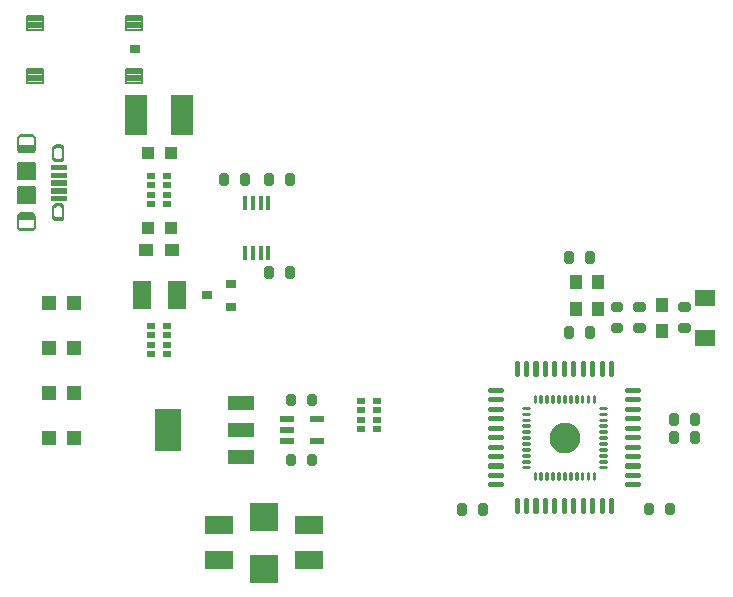
<source format=gbr>
G04 EAGLE Gerber RS-274X export*
G75*
%MOMM*%
%FSLAX34Y34*%
%LPD*%
%INSolderpaste Top*%
%IPPOS*%
%AMOC8*
5,1,8,0,0,1.08239X$1,22.5*%
G01*
%ADD10C,0.718719*%
%ADD11R,1.200000X1.200000*%
%ADD12R,2.400000X2.400000*%
%ADD13R,2.235200X1.219200*%
%ADD14R,2.200000X3.600000*%
%ADD15R,1.900000X3.400000*%
%ADD16R,1.000000X1.000000*%
%ADD17R,1.200000X1.000000*%
%ADD18R,0.650000X0.500000*%
%ADD19R,1.000000X1.200000*%
%ADD20C,1.270000*%
%ADD21C,0.220000*%
%ADD22C,0.360000*%
%ADD23C,1.000000*%
%ADD24R,1.600000X2.400000*%
%ADD25R,2.400000X1.600000*%
%ADD26R,1.200000X0.550000*%
%ADD27C,0.210000*%
%ADD28R,0.889000X0.762000*%
%ADD29R,1.050000X1.300000*%
%ADD30R,0.889000X0.787400*%
%ADD31R,0.300000X1.200000*%
%ADD32R,1.800000X1.400000*%
%ADD33C,0.127000*%
%ADD34C,0.040638*%
%ADD35C,0.152400*%


D10*
X255641Y194943D02*
X255641Y198757D01*
X257439Y198757D01*
X257439Y194943D01*
X255641Y194943D01*
X237861Y194943D02*
X237861Y198757D01*
X239659Y198757D01*
X239659Y194943D01*
X237861Y194943D01*
X239659Y147957D02*
X239659Y144143D01*
X237861Y144143D01*
X237861Y147957D01*
X239659Y147957D01*
X257439Y147957D02*
X257439Y144143D01*
X255641Y144143D01*
X255641Y147957D01*
X257439Y147957D01*
D11*
X33950Y165100D03*
X54950Y165100D03*
D12*
X215900Y98200D03*
X215900Y54200D03*
D13*
X196088Y148336D03*
X196088Y171450D03*
X196088Y194564D03*
D14*
X134110Y171450D03*
D10*
X542759Y106407D02*
X542759Y102593D01*
X540961Y102593D01*
X540961Y106407D01*
X542759Y106407D01*
X560539Y106407D02*
X560539Y102593D01*
X558741Y102593D01*
X558741Y106407D01*
X560539Y106407D01*
D15*
X146500Y438150D03*
X107500Y438150D03*
D11*
X33950Y203200D03*
X54950Y203200D03*
D16*
X117000Y342900D03*
X137000Y342900D03*
X117000Y406400D03*
X137000Y406400D03*
D17*
X116000Y323850D03*
X138000Y323850D03*
D10*
X472811Y252093D02*
X474609Y252093D01*
X472811Y252093D02*
X472811Y255907D01*
X474609Y255907D01*
X474609Y252093D01*
X490591Y252093D02*
X492389Y252093D01*
X490591Y252093D02*
X490591Y255907D01*
X492389Y255907D01*
X492389Y252093D01*
X220609Y302893D02*
X220609Y306707D01*
X220609Y302893D02*
X218811Y302893D01*
X218811Y306707D01*
X220609Y306707D01*
X238389Y306707D02*
X238389Y302893D01*
X236591Y302893D01*
X236591Y306707D01*
X238389Y306707D01*
D18*
X133750Y362650D03*
X133750Y370650D03*
X133750Y378650D03*
X133750Y386650D03*
X120250Y386650D03*
X120250Y378650D03*
X120250Y370650D03*
X120250Y362650D03*
D10*
X563509Y167007D02*
X563509Y163193D01*
X561711Y163193D01*
X561711Y167007D01*
X563509Y167007D01*
X581289Y167007D02*
X581289Y163193D01*
X579491Y163193D01*
X579491Y167007D01*
X581289Y167007D01*
D19*
X552450Y277700D03*
X552450Y255700D03*
D10*
X569593Y274691D02*
X573407Y274691D01*
X569593Y274691D02*
X569593Y276489D01*
X573407Y276489D01*
X573407Y274691D01*
X573407Y256911D02*
X569593Y256911D01*
X569593Y258709D01*
X573407Y258709D01*
X573407Y256911D01*
X535307Y258709D02*
X531493Y258709D01*
X535307Y258709D02*
X535307Y256911D01*
X531493Y256911D01*
X531493Y258709D01*
X531493Y276489D02*
X535307Y276489D01*
X535307Y274691D01*
X531493Y274691D01*
X531493Y276489D01*
X400341Y106157D02*
X400341Y102343D01*
X400341Y106157D02*
X402139Y106157D01*
X402139Y102343D01*
X400341Y102343D01*
X382561Y102343D02*
X382561Y106157D01*
X384359Y106157D01*
X384359Y102343D01*
X382561Y102343D01*
D20*
X463550Y165100D02*
X463552Y165259D01*
X463558Y165418D01*
X463568Y165576D01*
X463582Y165735D01*
X463600Y165893D01*
X463621Y166050D01*
X463647Y166207D01*
X463677Y166363D01*
X463710Y166519D01*
X463748Y166673D01*
X463789Y166827D01*
X463834Y166979D01*
X463883Y167130D01*
X463936Y167280D01*
X463992Y167429D01*
X464053Y167576D01*
X464116Y167721D01*
X464184Y167865D01*
X464255Y168008D01*
X464329Y168148D01*
X464407Y168286D01*
X464489Y168423D01*
X464574Y168557D01*
X464662Y168690D01*
X464753Y168820D01*
X464848Y168947D01*
X464946Y169072D01*
X465047Y169195D01*
X465151Y169315D01*
X465258Y169433D01*
X465368Y169548D01*
X465481Y169660D01*
X465596Y169769D01*
X465714Y169875D01*
X465835Y169979D01*
X465959Y170079D01*
X466084Y170176D01*
X466213Y170270D01*
X466343Y170360D01*
X466476Y170448D01*
X466611Y170532D01*
X466748Y170612D01*
X466887Y170690D01*
X467028Y170763D01*
X467170Y170833D01*
X467315Y170900D01*
X467461Y170963D01*
X467608Y171022D01*
X467757Y171078D01*
X467908Y171129D01*
X468059Y171177D01*
X468212Y171221D01*
X468366Y171262D01*
X468520Y171298D01*
X468676Y171331D01*
X468832Y171360D01*
X468989Y171384D01*
X469147Y171405D01*
X469305Y171422D01*
X469463Y171435D01*
X469622Y171444D01*
X469781Y171449D01*
X469940Y171450D01*
X470099Y171447D01*
X470257Y171440D01*
X470416Y171429D01*
X470574Y171414D01*
X470732Y171395D01*
X470889Y171372D01*
X471046Y171346D01*
X471202Y171315D01*
X471357Y171281D01*
X471511Y171242D01*
X471665Y171200D01*
X471817Y171154D01*
X471968Y171104D01*
X472117Y171050D01*
X472266Y170993D01*
X472412Y170932D01*
X472558Y170867D01*
X472701Y170799D01*
X472843Y170727D01*
X472983Y170651D01*
X473121Y170573D01*
X473257Y170490D01*
X473391Y170405D01*
X473522Y170316D01*
X473652Y170223D01*
X473779Y170128D01*
X473903Y170029D01*
X474026Y169927D01*
X474145Y169823D01*
X474262Y169715D01*
X474376Y169604D01*
X474487Y169491D01*
X474596Y169375D01*
X474701Y169256D01*
X474804Y169134D01*
X474903Y169010D01*
X475000Y168884D01*
X475093Y168755D01*
X475183Y168624D01*
X475269Y168490D01*
X475352Y168355D01*
X475432Y168217D01*
X475508Y168078D01*
X475581Y167937D01*
X475650Y167794D01*
X475716Y167649D01*
X475778Y167502D01*
X475836Y167355D01*
X475891Y167205D01*
X475942Y167055D01*
X475989Y166903D01*
X476032Y166750D01*
X476071Y166596D01*
X476107Y166441D01*
X476138Y166285D01*
X476166Y166129D01*
X476190Y165972D01*
X476210Y165814D01*
X476226Y165656D01*
X476238Y165497D01*
X476246Y165338D01*
X476250Y165179D01*
X476250Y165021D01*
X476246Y164862D01*
X476238Y164703D01*
X476226Y164544D01*
X476210Y164386D01*
X476190Y164228D01*
X476166Y164071D01*
X476138Y163915D01*
X476107Y163759D01*
X476071Y163604D01*
X476032Y163450D01*
X475989Y163297D01*
X475942Y163145D01*
X475891Y162995D01*
X475836Y162845D01*
X475778Y162698D01*
X475716Y162551D01*
X475650Y162406D01*
X475581Y162263D01*
X475508Y162122D01*
X475432Y161983D01*
X475352Y161845D01*
X475269Y161710D01*
X475183Y161576D01*
X475093Y161445D01*
X475000Y161316D01*
X474903Y161190D01*
X474804Y161066D01*
X474701Y160944D01*
X474596Y160825D01*
X474487Y160709D01*
X474376Y160596D01*
X474262Y160485D01*
X474145Y160377D01*
X474026Y160273D01*
X473903Y160171D01*
X473779Y160072D01*
X473652Y159977D01*
X473522Y159884D01*
X473391Y159795D01*
X473257Y159710D01*
X473121Y159627D01*
X472983Y159549D01*
X472843Y159473D01*
X472701Y159401D01*
X472558Y159333D01*
X472412Y159268D01*
X472266Y159207D01*
X472117Y159150D01*
X471968Y159096D01*
X471817Y159046D01*
X471665Y159000D01*
X471511Y158958D01*
X471357Y158919D01*
X471202Y158885D01*
X471046Y158854D01*
X470889Y158828D01*
X470732Y158805D01*
X470574Y158786D01*
X470416Y158771D01*
X470257Y158760D01*
X470099Y158753D01*
X469940Y158750D01*
X469781Y158751D01*
X469622Y158756D01*
X469463Y158765D01*
X469305Y158778D01*
X469147Y158795D01*
X468989Y158816D01*
X468832Y158840D01*
X468676Y158869D01*
X468520Y158902D01*
X468366Y158938D01*
X468212Y158979D01*
X468059Y159023D01*
X467908Y159071D01*
X467757Y159122D01*
X467608Y159178D01*
X467461Y159237D01*
X467315Y159300D01*
X467170Y159367D01*
X467028Y159437D01*
X466887Y159510D01*
X466748Y159588D01*
X466611Y159668D01*
X466476Y159752D01*
X466343Y159840D01*
X466213Y159930D01*
X466084Y160024D01*
X465959Y160121D01*
X465835Y160221D01*
X465714Y160325D01*
X465596Y160431D01*
X465481Y160540D01*
X465368Y160652D01*
X465258Y160767D01*
X465151Y160885D01*
X465047Y161005D01*
X464946Y161128D01*
X464848Y161253D01*
X464753Y161380D01*
X464662Y161510D01*
X464574Y161643D01*
X464489Y161777D01*
X464407Y161914D01*
X464329Y162052D01*
X464255Y162192D01*
X464184Y162335D01*
X464116Y162479D01*
X464053Y162624D01*
X463992Y162771D01*
X463936Y162920D01*
X463883Y163070D01*
X463834Y163221D01*
X463789Y163373D01*
X463748Y163527D01*
X463710Y163681D01*
X463677Y163837D01*
X463647Y163993D01*
X463621Y164150D01*
X463600Y164307D01*
X463582Y164465D01*
X463568Y164624D01*
X463558Y164782D01*
X463552Y164941D01*
X463550Y165100D01*
D21*
X500000Y140375D02*
X505300Y140375D01*
X505300Y139825D01*
X500000Y139825D01*
X500000Y140375D01*
X500000Y145375D02*
X505300Y145375D01*
X505300Y144825D01*
X500000Y144825D01*
X500000Y145375D01*
X500000Y150375D02*
X505300Y150375D01*
X505300Y149825D01*
X500000Y149825D01*
X500000Y150375D01*
X500000Y155375D02*
X505300Y155375D01*
X505300Y154825D01*
X500000Y154825D01*
X500000Y155375D01*
X500000Y160375D02*
X505300Y160375D01*
X505300Y159825D01*
X500000Y159825D01*
X500000Y160375D01*
X500000Y165375D02*
X505300Y165375D01*
X505300Y164825D01*
X500000Y164825D01*
X500000Y165375D01*
X500000Y170375D02*
X505300Y170375D01*
X505300Y169825D01*
X500000Y169825D01*
X500000Y170375D01*
X500000Y175375D02*
X505300Y175375D01*
X505300Y174825D01*
X500000Y174825D01*
X500000Y175375D01*
X500000Y180375D02*
X505300Y180375D01*
X505300Y179825D01*
X500000Y179825D01*
X500000Y180375D01*
X500000Y185375D02*
X505300Y185375D01*
X505300Y184825D01*
X500000Y184825D01*
X500000Y185375D01*
X500000Y190375D02*
X505300Y190375D01*
X505300Y189825D01*
X500000Y189825D01*
X500000Y190375D01*
X494625Y195200D02*
X494625Y200500D01*
X495175Y200500D01*
X495175Y195200D01*
X494625Y195200D01*
X494625Y197290D02*
X495175Y197290D01*
X495175Y199380D02*
X494625Y199380D01*
X489625Y200500D02*
X489625Y195200D01*
X489625Y200500D02*
X490175Y200500D01*
X490175Y195200D01*
X489625Y195200D01*
X489625Y197290D02*
X490175Y197290D01*
X490175Y199380D02*
X489625Y199380D01*
X484625Y200500D02*
X484625Y195200D01*
X484625Y200500D02*
X485175Y200500D01*
X485175Y195200D01*
X484625Y195200D01*
X484625Y197290D02*
X485175Y197290D01*
X485175Y199380D02*
X484625Y199380D01*
X479625Y200500D02*
X479625Y195200D01*
X479625Y200500D02*
X480175Y200500D01*
X480175Y195200D01*
X479625Y195200D01*
X479625Y197290D02*
X480175Y197290D01*
X480175Y199380D02*
X479625Y199380D01*
X474625Y200500D02*
X474625Y195200D01*
X474625Y200500D02*
X475175Y200500D01*
X475175Y195200D01*
X474625Y195200D01*
X474625Y197290D02*
X475175Y197290D01*
X475175Y199380D02*
X474625Y199380D01*
X469625Y200500D02*
X469625Y195200D01*
X469625Y200500D02*
X470175Y200500D01*
X470175Y195200D01*
X469625Y195200D01*
X469625Y197290D02*
X470175Y197290D01*
X470175Y199380D02*
X469625Y199380D01*
X464625Y200500D02*
X464625Y195200D01*
X464625Y200500D02*
X465175Y200500D01*
X465175Y195200D01*
X464625Y195200D01*
X464625Y197290D02*
X465175Y197290D01*
X465175Y199380D02*
X464625Y199380D01*
X459625Y200500D02*
X459625Y195200D01*
X459625Y200500D02*
X460175Y200500D01*
X460175Y195200D01*
X459625Y195200D01*
X459625Y197290D02*
X460175Y197290D01*
X460175Y199380D02*
X459625Y199380D01*
X454625Y200500D02*
X454625Y195200D01*
X454625Y200500D02*
X455175Y200500D01*
X455175Y195200D01*
X454625Y195200D01*
X454625Y197290D02*
X455175Y197290D01*
X455175Y199380D02*
X454625Y199380D01*
X449625Y200500D02*
X449625Y195200D01*
X449625Y200500D02*
X450175Y200500D01*
X450175Y195200D01*
X449625Y195200D01*
X449625Y197290D02*
X450175Y197290D01*
X450175Y199380D02*
X449625Y199380D01*
X444625Y200500D02*
X444625Y195200D01*
X444625Y200500D02*
X445175Y200500D01*
X445175Y195200D01*
X444625Y195200D01*
X444625Y197290D02*
X445175Y197290D01*
X445175Y199380D02*
X444625Y199380D01*
X439800Y189825D02*
X434500Y189825D01*
X434500Y190375D01*
X439800Y190375D01*
X439800Y189825D01*
X439800Y184825D02*
X434500Y184825D01*
X434500Y185375D01*
X439800Y185375D01*
X439800Y184825D01*
X439800Y179825D02*
X434500Y179825D01*
X434500Y180375D01*
X439800Y180375D01*
X439800Y179825D01*
X439800Y174825D02*
X434500Y174825D01*
X434500Y175375D01*
X439800Y175375D01*
X439800Y174825D01*
X439800Y169825D02*
X434500Y169825D01*
X434500Y170375D01*
X439800Y170375D01*
X439800Y169825D01*
X439800Y164825D02*
X434500Y164825D01*
X434500Y165375D01*
X439800Y165375D01*
X439800Y164825D01*
X439800Y159825D02*
X434500Y159825D01*
X434500Y160375D01*
X439800Y160375D01*
X439800Y159825D01*
X439800Y154825D02*
X434500Y154825D01*
X434500Y155375D01*
X439800Y155375D01*
X439800Y154825D01*
X439800Y149825D02*
X434500Y149825D01*
X434500Y150375D01*
X439800Y150375D01*
X439800Y149825D01*
X439800Y144825D02*
X434500Y144825D01*
X434500Y145375D01*
X439800Y145375D01*
X439800Y144825D01*
X439800Y139825D02*
X434500Y139825D01*
X434500Y140375D01*
X439800Y140375D01*
X439800Y139825D01*
X445175Y135000D02*
X445175Y129700D01*
X444625Y129700D01*
X444625Y135000D01*
X445175Y135000D01*
X445175Y131790D02*
X444625Y131790D01*
X444625Y133880D02*
X445175Y133880D01*
X450175Y135000D02*
X450175Y129700D01*
X449625Y129700D01*
X449625Y135000D01*
X450175Y135000D01*
X450175Y131790D02*
X449625Y131790D01*
X449625Y133880D02*
X450175Y133880D01*
X455175Y135000D02*
X455175Y129700D01*
X454625Y129700D01*
X454625Y135000D01*
X455175Y135000D01*
X455175Y131790D02*
X454625Y131790D01*
X454625Y133880D02*
X455175Y133880D01*
X460175Y135000D02*
X460175Y129700D01*
X459625Y129700D01*
X459625Y135000D01*
X460175Y135000D01*
X460175Y131790D02*
X459625Y131790D01*
X459625Y133880D02*
X460175Y133880D01*
X465175Y135000D02*
X465175Y129700D01*
X464625Y129700D01*
X464625Y135000D01*
X465175Y135000D01*
X465175Y131790D02*
X464625Y131790D01*
X464625Y133880D02*
X465175Y133880D01*
X470175Y135000D02*
X470175Y129700D01*
X469625Y129700D01*
X469625Y135000D01*
X470175Y135000D01*
X470175Y131790D02*
X469625Y131790D01*
X469625Y133880D02*
X470175Y133880D01*
X475175Y135000D02*
X475175Y129700D01*
X474625Y129700D01*
X474625Y135000D01*
X475175Y135000D01*
X475175Y131790D02*
X474625Y131790D01*
X474625Y133880D02*
X475175Y133880D01*
X480175Y135000D02*
X480175Y129700D01*
X479625Y129700D01*
X479625Y135000D01*
X480175Y135000D01*
X480175Y131790D02*
X479625Y131790D01*
X479625Y133880D02*
X480175Y133880D01*
X485175Y135000D02*
X485175Y129700D01*
X484625Y129700D01*
X484625Y135000D01*
X485175Y135000D01*
X485175Y131790D02*
X484625Y131790D01*
X484625Y133880D02*
X485175Y133880D01*
X490175Y135000D02*
X490175Y129700D01*
X489625Y129700D01*
X489625Y135000D01*
X490175Y135000D01*
X490175Y131790D02*
X489625Y131790D01*
X489625Y133880D02*
X490175Y133880D01*
X495175Y135000D02*
X495175Y129700D01*
X494625Y129700D01*
X494625Y135000D01*
X495175Y135000D01*
X495175Y131790D02*
X494625Y131790D01*
X494625Y133880D02*
X495175Y133880D01*
D22*
X522700Y125550D02*
X533100Y125550D01*
X533100Y124650D01*
X522700Y124650D01*
X522700Y125550D01*
X522700Y133550D02*
X533100Y133550D01*
X533100Y132650D01*
X522700Y132650D01*
X522700Y133550D01*
X522700Y141550D02*
X533100Y141550D01*
X533100Y140650D01*
X522700Y140650D01*
X522700Y141550D01*
X522700Y149550D02*
X533100Y149550D01*
X533100Y148650D01*
X522700Y148650D01*
X522700Y149550D01*
X522700Y157550D02*
X533100Y157550D01*
X533100Y156650D01*
X522700Y156650D01*
X522700Y157550D01*
X522700Y165550D02*
X533100Y165550D01*
X533100Y164650D01*
X522700Y164650D01*
X522700Y165550D01*
X522700Y173550D02*
X533100Y173550D01*
X533100Y172650D01*
X522700Y172650D01*
X522700Y173550D01*
X522700Y181550D02*
X533100Y181550D01*
X533100Y180650D01*
X522700Y180650D01*
X522700Y181550D01*
X522700Y189550D02*
X533100Y189550D01*
X533100Y188650D01*
X522700Y188650D01*
X522700Y189550D01*
X522700Y197550D02*
X533100Y197550D01*
X533100Y196650D01*
X522700Y196650D01*
X522700Y197550D01*
X522700Y205550D02*
X533100Y205550D01*
X533100Y204650D01*
X522700Y204650D01*
X522700Y205550D01*
X510350Y228300D02*
X509450Y228300D01*
X510350Y228300D02*
X510350Y217900D01*
X509450Y217900D01*
X509450Y228300D01*
X509450Y221320D02*
X510350Y221320D01*
X510350Y224740D02*
X509450Y224740D01*
X509450Y228160D02*
X510350Y228160D01*
X502350Y228300D02*
X501450Y228300D01*
X502350Y228300D02*
X502350Y217900D01*
X501450Y217900D01*
X501450Y228300D01*
X501450Y221320D02*
X502350Y221320D01*
X502350Y224740D02*
X501450Y224740D01*
X501450Y228160D02*
X502350Y228160D01*
X494350Y228300D02*
X493450Y228300D01*
X494350Y228300D02*
X494350Y217900D01*
X493450Y217900D01*
X493450Y228300D01*
X493450Y221320D02*
X494350Y221320D01*
X494350Y224740D02*
X493450Y224740D01*
X493450Y228160D02*
X494350Y228160D01*
X486350Y228300D02*
X485450Y228300D01*
X486350Y228300D02*
X486350Y217900D01*
X485450Y217900D01*
X485450Y228300D01*
X485450Y221320D02*
X486350Y221320D01*
X486350Y224740D02*
X485450Y224740D01*
X485450Y228160D02*
X486350Y228160D01*
X478350Y228300D02*
X477450Y228300D01*
X478350Y228300D02*
X478350Y217900D01*
X477450Y217900D01*
X477450Y228300D01*
X477450Y221320D02*
X478350Y221320D01*
X478350Y224740D02*
X477450Y224740D01*
X477450Y228160D02*
X478350Y228160D01*
X470350Y228300D02*
X469450Y228300D01*
X470350Y228300D02*
X470350Y217900D01*
X469450Y217900D01*
X469450Y228300D01*
X469450Y221320D02*
X470350Y221320D01*
X470350Y224740D02*
X469450Y224740D01*
X469450Y228160D02*
X470350Y228160D01*
X462350Y228300D02*
X461450Y228300D01*
X462350Y228300D02*
X462350Y217900D01*
X461450Y217900D01*
X461450Y228300D01*
X461450Y221320D02*
X462350Y221320D01*
X462350Y224740D02*
X461450Y224740D01*
X461450Y228160D02*
X462350Y228160D01*
X454350Y228300D02*
X453450Y228300D01*
X454350Y228300D02*
X454350Y217900D01*
X453450Y217900D01*
X453450Y228300D01*
X453450Y221320D02*
X454350Y221320D01*
X454350Y224740D02*
X453450Y224740D01*
X453450Y228160D02*
X454350Y228160D01*
X446350Y228300D02*
X445450Y228300D01*
X446350Y228300D02*
X446350Y217900D01*
X445450Y217900D01*
X445450Y228300D01*
X445450Y221320D02*
X446350Y221320D01*
X446350Y224740D02*
X445450Y224740D01*
X445450Y228160D02*
X446350Y228160D01*
X438350Y228300D02*
X437450Y228300D01*
X438350Y228300D02*
X438350Y217900D01*
X437450Y217900D01*
X437450Y228300D01*
X437450Y221320D02*
X438350Y221320D01*
X438350Y224740D02*
X437450Y224740D01*
X437450Y228160D02*
X438350Y228160D01*
X430350Y228300D02*
X429450Y228300D01*
X430350Y228300D02*
X430350Y217900D01*
X429450Y217900D01*
X429450Y228300D01*
X429450Y221320D02*
X430350Y221320D01*
X430350Y224740D02*
X429450Y224740D01*
X429450Y228160D02*
X430350Y228160D01*
X417100Y205550D02*
X406700Y205550D01*
X417100Y205550D02*
X417100Y204650D01*
X406700Y204650D01*
X406700Y205550D01*
X406700Y197550D02*
X417100Y197550D01*
X417100Y196650D01*
X406700Y196650D01*
X406700Y197550D01*
X406700Y189550D02*
X417100Y189550D01*
X417100Y188650D01*
X406700Y188650D01*
X406700Y189550D01*
X406700Y181550D02*
X417100Y181550D01*
X417100Y180650D01*
X406700Y180650D01*
X406700Y181550D01*
X406700Y173550D02*
X417100Y173550D01*
X417100Y172650D01*
X406700Y172650D01*
X406700Y173550D01*
X406700Y165550D02*
X417100Y165550D01*
X417100Y164650D01*
X406700Y164650D01*
X406700Y165550D01*
X406700Y157550D02*
X417100Y157550D01*
X417100Y156650D01*
X406700Y156650D01*
X406700Y157550D01*
X406700Y149550D02*
X417100Y149550D01*
X417100Y148650D01*
X406700Y148650D01*
X406700Y149550D01*
X406700Y141550D02*
X417100Y141550D01*
X417100Y140650D01*
X406700Y140650D01*
X406700Y141550D01*
X406700Y133550D02*
X417100Y133550D01*
X417100Y132650D01*
X406700Y132650D01*
X406700Y133550D01*
X406700Y125550D02*
X417100Y125550D01*
X417100Y124650D01*
X406700Y124650D01*
X406700Y125550D01*
X429450Y112300D02*
X430350Y112300D01*
X430350Y101900D01*
X429450Y101900D01*
X429450Y112300D01*
X429450Y105320D02*
X430350Y105320D01*
X430350Y108740D02*
X429450Y108740D01*
X429450Y112160D02*
X430350Y112160D01*
X437450Y112300D02*
X438350Y112300D01*
X438350Y101900D01*
X437450Y101900D01*
X437450Y112300D01*
X437450Y105320D02*
X438350Y105320D01*
X438350Y108740D02*
X437450Y108740D01*
X437450Y112160D02*
X438350Y112160D01*
X445450Y112300D02*
X446350Y112300D01*
X446350Y101900D01*
X445450Y101900D01*
X445450Y112300D01*
X445450Y105320D02*
X446350Y105320D01*
X446350Y108740D02*
X445450Y108740D01*
X445450Y112160D02*
X446350Y112160D01*
X453450Y112300D02*
X454350Y112300D01*
X454350Y101900D01*
X453450Y101900D01*
X453450Y112300D01*
X453450Y105320D02*
X454350Y105320D01*
X454350Y108740D02*
X453450Y108740D01*
X453450Y112160D02*
X454350Y112160D01*
X461450Y112300D02*
X462350Y112300D01*
X462350Y101900D01*
X461450Y101900D01*
X461450Y112300D01*
X461450Y105320D02*
X462350Y105320D01*
X462350Y108740D02*
X461450Y108740D01*
X461450Y112160D02*
X462350Y112160D01*
X469450Y112300D02*
X470350Y112300D01*
X470350Y101900D01*
X469450Y101900D01*
X469450Y112300D01*
X469450Y105320D02*
X470350Y105320D01*
X470350Y108740D02*
X469450Y108740D01*
X469450Y112160D02*
X470350Y112160D01*
X477450Y112300D02*
X478350Y112300D01*
X478350Y101900D01*
X477450Y101900D01*
X477450Y112300D01*
X477450Y105320D02*
X478350Y105320D01*
X478350Y108740D02*
X477450Y108740D01*
X477450Y112160D02*
X478350Y112160D01*
X485450Y112300D02*
X486350Y112300D01*
X486350Y101900D01*
X485450Y101900D01*
X485450Y112300D01*
X485450Y105320D02*
X486350Y105320D01*
X486350Y108740D02*
X485450Y108740D01*
X485450Y112160D02*
X486350Y112160D01*
X493450Y112300D02*
X494350Y112300D01*
X494350Y101900D01*
X493450Y101900D01*
X493450Y112300D01*
X493450Y105320D02*
X494350Y105320D01*
X494350Y108740D02*
X493450Y108740D01*
X493450Y112160D02*
X494350Y112160D01*
X501450Y112300D02*
X502350Y112300D01*
X502350Y101900D01*
X501450Y101900D01*
X501450Y112300D01*
X501450Y105320D02*
X502350Y105320D01*
X502350Y108740D02*
X501450Y108740D01*
X501450Y112160D02*
X502350Y112160D01*
X509450Y112300D02*
X510350Y112300D01*
X510350Y101900D01*
X509450Y101900D01*
X509450Y112300D01*
X509450Y105320D02*
X510350Y105320D01*
X510350Y108740D02*
X509450Y108740D01*
X509450Y112160D02*
X510350Y112160D01*
D23*
X469900Y165100D03*
D24*
X142000Y285750D03*
X112000Y285750D03*
D10*
X579491Y182247D02*
X579491Y178433D01*
X579491Y182247D02*
X581289Y182247D01*
X581289Y178433D01*
X579491Y178433D01*
X561711Y178433D02*
X561711Y182247D01*
X563509Y182247D01*
X563509Y178433D01*
X561711Y178433D01*
D25*
X177800Y91200D03*
X177800Y61200D03*
X254000Y91200D03*
X254000Y61200D03*
D26*
X234650Y180950D03*
X234650Y171450D03*
X234650Y161950D03*
X260650Y161950D03*
X260650Y180950D03*
D27*
X112450Y477480D02*
X98550Y477480D01*
X112450Y477480D02*
X112450Y465580D01*
X98550Y465580D01*
X98550Y477480D01*
X98550Y467575D02*
X112450Y467575D01*
X112450Y469570D02*
X98550Y469570D01*
X98550Y471565D02*
X112450Y471565D01*
X112450Y473560D02*
X98550Y473560D01*
X98550Y475555D02*
X112450Y475555D01*
X28450Y477480D02*
X14550Y477480D01*
X28450Y477480D02*
X28450Y465580D01*
X14550Y465580D01*
X14550Y477480D01*
X14550Y467575D02*
X28450Y467575D01*
X28450Y469570D02*
X14550Y469570D01*
X14550Y471565D02*
X28450Y471565D01*
X28450Y473560D02*
X14550Y473560D01*
X14550Y475555D02*
X28450Y475555D01*
X98550Y522480D02*
X112450Y522480D01*
X112450Y510580D01*
X98550Y510580D01*
X98550Y522480D01*
X98550Y512575D02*
X112450Y512575D01*
X112450Y514570D02*
X98550Y514570D01*
X98550Y516565D02*
X112450Y516565D01*
X112450Y518560D02*
X98550Y518560D01*
X98550Y520555D02*
X112450Y520555D01*
X28450Y522480D02*
X14550Y522480D01*
X28450Y522480D02*
X28450Y510580D01*
X14550Y510580D01*
X14550Y522480D01*
X14550Y512575D02*
X28450Y512575D01*
X28450Y514570D02*
X14550Y514570D01*
X14550Y516565D02*
X28450Y516565D01*
X28450Y518560D02*
X14550Y518560D01*
X14550Y520555D02*
X28450Y520555D01*
D28*
X106045Y494030D03*
D10*
X512443Y258709D02*
X516257Y258709D01*
X516257Y256911D01*
X512443Y256911D01*
X512443Y258709D01*
X512443Y276489D02*
X516257Y276489D01*
X516257Y274691D01*
X512443Y274691D01*
X512443Y276489D01*
X474609Y315593D02*
X474609Y319407D01*
X474609Y315593D02*
X472811Y315593D01*
X472811Y319407D01*
X474609Y319407D01*
X492389Y319407D02*
X492389Y315593D01*
X490591Y315593D01*
X490591Y319407D01*
X492389Y319407D01*
D18*
X133750Y235650D03*
X133750Y243650D03*
X133750Y251650D03*
X133750Y259650D03*
X120250Y259650D03*
X120250Y251650D03*
X120250Y243650D03*
X120250Y235650D03*
D11*
X33950Y241300D03*
X54950Y241300D03*
X33950Y279400D03*
X54950Y279400D03*
D18*
X298050Y196150D03*
X298050Y188150D03*
X298050Y180150D03*
X298050Y172150D03*
X311550Y172150D03*
X311550Y180150D03*
X311550Y188150D03*
X311550Y196150D03*
D29*
X479700Y297250D03*
X479700Y274250D03*
X498200Y274250D03*
X498200Y297250D03*
D30*
X187960Y275844D03*
X187960Y295148D03*
X167640Y285496D03*
D10*
X236591Y381633D02*
X236591Y385447D01*
X238389Y385447D01*
X238389Y381633D01*
X236591Y381633D01*
X218811Y381633D02*
X218811Y385447D01*
X220609Y385447D01*
X220609Y381633D01*
X218811Y381633D01*
D31*
X199790Y364020D03*
X206290Y364020D03*
X212790Y364020D03*
X219290Y364020D03*
X219290Y321770D03*
X212790Y321770D03*
X206290Y321770D03*
X199790Y321770D03*
D32*
X589280Y283700D03*
X589280Y249700D03*
D33*
X10160Y406654D02*
X10060Y406656D01*
X9961Y406662D01*
X9861Y406672D01*
X9763Y406685D01*
X9664Y406703D01*
X9567Y406724D01*
X9471Y406749D01*
X9375Y406778D01*
X9281Y406811D01*
X9188Y406847D01*
X9097Y406887D01*
X9007Y406931D01*
X8919Y406978D01*
X8833Y407028D01*
X8749Y407082D01*
X8667Y407139D01*
X8588Y407199D01*
X8510Y407263D01*
X8436Y407329D01*
X8364Y407398D01*
X8295Y407470D01*
X8229Y407544D01*
X8165Y407622D01*
X8105Y407701D01*
X8048Y407783D01*
X7994Y407867D01*
X7944Y407953D01*
X7897Y408041D01*
X7853Y408131D01*
X7813Y408222D01*
X7777Y408315D01*
X7744Y408409D01*
X7715Y408505D01*
X7690Y408601D01*
X7669Y408698D01*
X7651Y408797D01*
X7638Y408895D01*
X7628Y408995D01*
X7622Y409094D01*
X7620Y409194D01*
X7620Y418846D01*
X7622Y418946D01*
X7628Y419045D01*
X7638Y419145D01*
X7651Y419243D01*
X7669Y419342D01*
X7690Y419439D01*
X7715Y419535D01*
X7744Y419631D01*
X7777Y419725D01*
X7813Y419818D01*
X7853Y419909D01*
X7897Y419999D01*
X7944Y420087D01*
X7994Y420173D01*
X8048Y420257D01*
X8105Y420339D01*
X8165Y420418D01*
X8229Y420496D01*
X8295Y420570D01*
X8364Y420642D01*
X8436Y420711D01*
X8510Y420777D01*
X8588Y420841D01*
X8667Y420901D01*
X8749Y420958D01*
X8833Y421012D01*
X8919Y421062D01*
X9007Y421109D01*
X9097Y421153D01*
X9188Y421193D01*
X9281Y421229D01*
X9375Y421262D01*
X9471Y421291D01*
X9567Y421316D01*
X9664Y421337D01*
X9763Y421355D01*
X9861Y421368D01*
X9961Y421378D01*
X10060Y421384D01*
X10160Y421386D01*
X18796Y421386D01*
X18896Y421384D01*
X18995Y421378D01*
X19095Y421368D01*
X19193Y421355D01*
X19292Y421337D01*
X19389Y421316D01*
X19485Y421291D01*
X19581Y421262D01*
X19675Y421229D01*
X19768Y421193D01*
X19859Y421153D01*
X19949Y421109D01*
X20037Y421062D01*
X20123Y421012D01*
X20207Y420958D01*
X20289Y420901D01*
X20368Y420841D01*
X20446Y420777D01*
X20520Y420711D01*
X20592Y420642D01*
X20661Y420570D01*
X20727Y420496D01*
X20791Y420418D01*
X20851Y420339D01*
X20908Y420257D01*
X20962Y420173D01*
X21012Y420087D01*
X21059Y419999D01*
X21103Y419909D01*
X21143Y419818D01*
X21179Y419725D01*
X21212Y419631D01*
X21241Y419535D01*
X21266Y419439D01*
X21287Y419342D01*
X21305Y419243D01*
X21318Y419145D01*
X21328Y419045D01*
X21334Y418946D01*
X21336Y418846D01*
X21336Y409194D01*
X21334Y409094D01*
X21328Y408995D01*
X21318Y408895D01*
X21305Y408797D01*
X21287Y408698D01*
X21266Y408601D01*
X21241Y408505D01*
X21212Y408409D01*
X21179Y408315D01*
X21143Y408222D01*
X21103Y408131D01*
X21059Y408041D01*
X21012Y407953D01*
X20962Y407867D01*
X20908Y407783D01*
X20851Y407701D01*
X20791Y407622D01*
X20727Y407544D01*
X20661Y407470D01*
X20592Y407398D01*
X20520Y407329D01*
X20446Y407263D01*
X20368Y407199D01*
X20289Y407139D01*
X20207Y407082D01*
X20123Y407028D01*
X20037Y406978D01*
X19949Y406931D01*
X19859Y406887D01*
X19768Y406847D01*
X19675Y406811D01*
X19581Y406778D01*
X19485Y406749D01*
X19389Y406724D01*
X19292Y406703D01*
X19193Y406685D01*
X19095Y406672D01*
X18995Y406662D01*
X18896Y406656D01*
X18796Y406654D01*
X10160Y406654D01*
X8636Y420370D02*
X20320Y420370D01*
X21082Y411734D02*
X8128Y411734D01*
X21082Y411734D02*
X21082Y410718D01*
X21082Y410464D01*
X21082Y410718D02*
X8128Y410718D01*
X8128Y409448D01*
X20828Y409448D01*
X20828Y408432D01*
X8128Y408432D01*
X8128Y407924D01*
X20828Y407924D01*
X18796Y355092D02*
X18896Y355090D01*
X18995Y355084D01*
X19095Y355074D01*
X19193Y355061D01*
X19292Y355043D01*
X19389Y355022D01*
X19485Y354997D01*
X19581Y354968D01*
X19675Y354935D01*
X19768Y354899D01*
X19859Y354859D01*
X19949Y354815D01*
X20037Y354768D01*
X20123Y354718D01*
X20207Y354664D01*
X20289Y354607D01*
X20368Y354547D01*
X20446Y354483D01*
X20520Y354417D01*
X20592Y354348D01*
X20661Y354276D01*
X20727Y354202D01*
X20791Y354124D01*
X20851Y354045D01*
X20908Y353963D01*
X20962Y353879D01*
X21012Y353793D01*
X21059Y353705D01*
X21103Y353615D01*
X21143Y353524D01*
X21179Y353431D01*
X21212Y353337D01*
X21241Y353241D01*
X21266Y353145D01*
X21287Y353048D01*
X21305Y352949D01*
X21318Y352851D01*
X21328Y352751D01*
X21334Y352652D01*
X21336Y352552D01*
X21336Y343408D01*
X21334Y343308D01*
X21328Y343209D01*
X21318Y343109D01*
X21305Y343011D01*
X21287Y342912D01*
X21266Y342815D01*
X21241Y342719D01*
X21212Y342623D01*
X21179Y342529D01*
X21143Y342436D01*
X21103Y342345D01*
X21059Y342255D01*
X21012Y342167D01*
X20962Y342081D01*
X20908Y341997D01*
X20851Y341915D01*
X20791Y341836D01*
X20727Y341758D01*
X20661Y341684D01*
X20592Y341612D01*
X20520Y341543D01*
X20446Y341477D01*
X20368Y341413D01*
X20289Y341353D01*
X20207Y341296D01*
X20123Y341242D01*
X20037Y341192D01*
X19949Y341145D01*
X19859Y341101D01*
X19768Y341061D01*
X19675Y341025D01*
X19581Y340992D01*
X19485Y340963D01*
X19389Y340938D01*
X19292Y340917D01*
X19193Y340899D01*
X19095Y340886D01*
X18995Y340876D01*
X18896Y340870D01*
X18796Y340868D01*
X10160Y340868D01*
X10060Y340870D01*
X9961Y340876D01*
X9861Y340886D01*
X9763Y340899D01*
X9664Y340917D01*
X9567Y340938D01*
X9471Y340963D01*
X9375Y340992D01*
X9281Y341025D01*
X9188Y341061D01*
X9097Y341101D01*
X9007Y341145D01*
X8919Y341192D01*
X8833Y341242D01*
X8749Y341296D01*
X8667Y341353D01*
X8588Y341413D01*
X8510Y341477D01*
X8436Y341543D01*
X8364Y341612D01*
X8295Y341684D01*
X8229Y341758D01*
X8165Y341836D01*
X8105Y341915D01*
X8048Y341997D01*
X7994Y342081D01*
X7944Y342167D01*
X7897Y342255D01*
X7853Y342345D01*
X7813Y342436D01*
X7777Y342529D01*
X7744Y342623D01*
X7715Y342719D01*
X7690Y342815D01*
X7669Y342912D01*
X7651Y343011D01*
X7638Y343109D01*
X7628Y343209D01*
X7622Y343308D01*
X7620Y343408D01*
X7620Y352552D01*
X7622Y352652D01*
X7628Y352751D01*
X7638Y352851D01*
X7651Y352949D01*
X7669Y353048D01*
X7690Y353145D01*
X7715Y353241D01*
X7744Y353337D01*
X7777Y353431D01*
X7813Y353524D01*
X7853Y353615D01*
X7897Y353705D01*
X7944Y353793D01*
X7994Y353879D01*
X8048Y353963D01*
X8105Y354045D01*
X8165Y354124D01*
X8229Y354202D01*
X8295Y354276D01*
X8364Y354348D01*
X8436Y354417D01*
X8510Y354483D01*
X8588Y354547D01*
X8667Y354607D01*
X8749Y354664D01*
X8833Y354718D01*
X8919Y354768D01*
X9007Y354815D01*
X9097Y354859D01*
X9188Y354899D01*
X9281Y354935D01*
X9375Y354968D01*
X9471Y354997D01*
X9567Y355022D01*
X9664Y355043D01*
X9763Y355061D01*
X9861Y355074D01*
X9961Y355084D01*
X10060Y355090D01*
X10160Y355092D01*
X18796Y355092D01*
X20320Y341884D02*
X8636Y341884D01*
X8636Y354076D02*
X20320Y354076D01*
X8636Y354076D02*
X8636Y352806D01*
X20320Y352806D01*
X20320Y351536D01*
X8382Y351536D01*
X8382Y350520D01*
X8384Y350489D01*
X8389Y350459D01*
X8399Y350430D01*
X8411Y350402D01*
X8427Y350376D01*
X8446Y350352D01*
X8468Y350330D01*
X8492Y350311D01*
X8518Y350295D01*
X8546Y350283D01*
X8575Y350273D01*
X8605Y350268D01*
X8636Y350266D01*
X20574Y350266D01*
X39624Y399288D02*
X39524Y399290D01*
X39425Y399296D01*
X39325Y399306D01*
X39227Y399319D01*
X39128Y399337D01*
X39031Y399358D01*
X38935Y399383D01*
X38839Y399412D01*
X38745Y399445D01*
X38652Y399481D01*
X38561Y399521D01*
X38471Y399565D01*
X38383Y399612D01*
X38297Y399662D01*
X38213Y399716D01*
X38131Y399773D01*
X38052Y399833D01*
X37974Y399897D01*
X37900Y399963D01*
X37828Y400032D01*
X37759Y400104D01*
X37693Y400178D01*
X37629Y400256D01*
X37569Y400335D01*
X37512Y400417D01*
X37458Y400501D01*
X37408Y400587D01*
X37361Y400675D01*
X37317Y400765D01*
X37277Y400856D01*
X37241Y400949D01*
X37208Y401043D01*
X37179Y401139D01*
X37154Y401235D01*
X37133Y401332D01*
X37115Y401431D01*
X37102Y401529D01*
X37092Y401629D01*
X37086Y401728D01*
X37084Y401828D01*
X37084Y409956D01*
X37086Y410056D01*
X37092Y410155D01*
X37102Y410255D01*
X37115Y410353D01*
X37133Y410452D01*
X37154Y410549D01*
X37179Y410645D01*
X37208Y410741D01*
X37241Y410835D01*
X37277Y410928D01*
X37317Y411019D01*
X37361Y411109D01*
X37408Y411197D01*
X37458Y411283D01*
X37512Y411367D01*
X37569Y411449D01*
X37629Y411528D01*
X37693Y411606D01*
X37759Y411680D01*
X37828Y411752D01*
X37900Y411821D01*
X37974Y411887D01*
X38052Y411951D01*
X38131Y412011D01*
X38213Y412068D01*
X38297Y412122D01*
X38383Y412172D01*
X38471Y412219D01*
X38561Y412263D01*
X38652Y412303D01*
X38745Y412339D01*
X38839Y412372D01*
X38935Y412401D01*
X39031Y412426D01*
X39128Y412447D01*
X39227Y412465D01*
X39325Y412478D01*
X39425Y412488D01*
X39524Y412494D01*
X39624Y412496D01*
X43180Y412496D01*
X43280Y412494D01*
X43379Y412488D01*
X43479Y412478D01*
X43577Y412465D01*
X43676Y412447D01*
X43773Y412426D01*
X43869Y412401D01*
X43965Y412372D01*
X44059Y412339D01*
X44152Y412303D01*
X44243Y412263D01*
X44333Y412219D01*
X44421Y412172D01*
X44507Y412122D01*
X44591Y412068D01*
X44673Y412011D01*
X44752Y411951D01*
X44830Y411887D01*
X44904Y411821D01*
X44976Y411752D01*
X45045Y411680D01*
X45111Y411606D01*
X45175Y411528D01*
X45235Y411449D01*
X45292Y411367D01*
X45346Y411283D01*
X45396Y411197D01*
X45443Y411109D01*
X45487Y411019D01*
X45527Y410928D01*
X45563Y410835D01*
X45596Y410741D01*
X45625Y410645D01*
X45650Y410549D01*
X45671Y410452D01*
X45689Y410353D01*
X45702Y410255D01*
X45712Y410155D01*
X45718Y410056D01*
X45720Y409956D01*
X45720Y401828D01*
X45718Y401728D01*
X45712Y401629D01*
X45702Y401529D01*
X45689Y401431D01*
X45671Y401332D01*
X45650Y401235D01*
X45625Y401139D01*
X45596Y401043D01*
X45563Y400949D01*
X45527Y400856D01*
X45487Y400765D01*
X45443Y400675D01*
X45396Y400587D01*
X45346Y400501D01*
X45292Y400417D01*
X45235Y400335D01*
X45175Y400256D01*
X45111Y400178D01*
X45045Y400104D01*
X44976Y400032D01*
X44904Y399963D01*
X44830Y399897D01*
X44752Y399833D01*
X44673Y399773D01*
X44591Y399716D01*
X44507Y399662D01*
X44421Y399612D01*
X44333Y399565D01*
X44243Y399521D01*
X44152Y399481D01*
X44059Y399445D01*
X43965Y399412D01*
X43869Y399383D01*
X43773Y399358D01*
X43676Y399337D01*
X43577Y399319D01*
X43479Y399306D01*
X43379Y399296D01*
X43280Y399290D01*
X43180Y399288D01*
X39624Y399288D01*
X39370Y400558D02*
X39301Y400560D01*
X39233Y400565D01*
X39165Y400575D01*
X39097Y400588D01*
X39030Y400604D01*
X38964Y400624D01*
X38900Y400648D01*
X38837Y400675D01*
X38775Y400706D01*
X38715Y400740D01*
X38657Y400777D01*
X38601Y400817D01*
X38548Y400860D01*
X38497Y400906D01*
X38448Y400955D01*
X38402Y401006D01*
X38359Y401059D01*
X38319Y401115D01*
X38282Y401173D01*
X38248Y401233D01*
X38217Y401295D01*
X38190Y401358D01*
X38166Y401422D01*
X38146Y401488D01*
X38130Y401555D01*
X38117Y401623D01*
X38107Y401691D01*
X38102Y401759D01*
X38100Y401828D01*
X39370Y400558D02*
X43434Y400558D01*
X43503Y400560D01*
X43571Y400565D01*
X43639Y400575D01*
X43707Y400588D01*
X43774Y400604D01*
X43840Y400624D01*
X43904Y400648D01*
X43967Y400675D01*
X44029Y400706D01*
X44089Y400740D01*
X44147Y400777D01*
X44203Y400817D01*
X44256Y400860D01*
X44307Y400906D01*
X44356Y400955D01*
X44402Y401006D01*
X44445Y401059D01*
X44485Y401115D01*
X44522Y401173D01*
X44556Y401233D01*
X44587Y401295D01*
X44614Y401358D01*
X44638Y401422D01*
X44658Y401488D01*
X44674Y401555D01*
X44687Y401623D01*
X44697Y401691D01*
X44702Y401759D01*
X44704Y401828D01*
X44704Y409956D02*
X44702Y410033D01*
X44696Y410110D01*
X44686Y410187D01*
X44673Y410263D01*
X44655Y410338D01*
X44634Y410412D01*
X44609Y410485D01*
X44580Y410557D01*
X44548Y410627D01*
X44513Y410696D01*
X44473Y410762D01*
X44431Y410827D01*
X44385Y410889D01*
X44336Y410949D01*
X44285Y411006D01*
X44230Y411061D01*
X44173Y411112D01*
X44113Y411161D01*
X44051Y411207D01*
X43986Y411249D01*
X43920Y411289D01*
X43851Y411324D01*
X43781Y411356D01*
X43709Y411385D01*
X43636Y411410D01*
X43562Y411431D01*
X43487Y411449D01*
X43411Y411462D01*
X43334Y411472D01*
X43257Y411478D01*
X43180Y411480D01*
X39370Y411226D01*
X39301Y411224D01*
X39233Y411219D01*
X39165Y411209D01*
X39097Y411196D01*
X39030Y411180D01*
X38964Y411160D01*
X38900Y411136D01*
X38837Y411109D01*
X38775Y411078D01*
X38715Y411044D01*
X38657Y411007D01*
X38601Y410967D01*
X38548Y410924D01*
X38497Y410878D01*
X38448Y410829D01*
X38402Y410778D01*
X38359Y410725D01*
X38319Y410669D01*
X38282Y410611D01*
X38248Y410551D01*
X38217Y410489D01*
X38190Y410426D01*
X38166Y410362D01*
X38146Y410296D01*
X38130Y410229D01*
X38117Y410161D01*
X38107Y410093D01*
X38102Y410025D01*
X38100Y409956D01*
X37084Y352044D02*
X37086Y351944D01*
X37092Y351845D01*
X37102Y351745D01*
X37115Y351647D01*
X37133Y351548D01*
X37154Y351451D01*
X37179Y351355D01*
X37208Y351259D01*
X37241Y351165D01*
X37277Y351072D01*
X37317Y350981D01*
X37361Y350891D01*
X37408Y350803D01*
X37458Y350717D01*
X37512Y350633D01*
X37569Y350551D01*
X37629Y350472D01*
X37693Y350394D01*
X37759Y350320D01*
X37828Y350248D01*
X37900Y350179D01*
X37974Y350113D01*
X38052Y350049D01*
X38131Y349989D01*
X38213Y349932D01*
X38297Y349878D01*
X38383Y349828D01*
X38471Y349781D01*
X38561Y349737D01*
X38652Y349697D01*
X38745Y349661D01*
X38839Y349628D01*
X38935Y349599D01*
X39031Y349574D01*
X39128Y349553D01*
X39227Y349535D01*
X39325Y349522D01*
X39425Y349512D01*
X39524Y349506D01*
X39624Y349504D01*
X37084Y352044D02*
X37084Y360172D01*
X37086Y360272D01*
X37092Y360371D01*
X37102Y360471D01*
X37115Y360569D01*
X37133Y360668D01*
X37154Y360765D01*
X37179Y360861D01*
X37208Y360957D01*
X37241Y361051D01*
X37277Y361144D01*
X37317Y361235D01*
X37361Y361325D01*
X37408Y361413D01*
X37458Y361499D01*
X37512Y361583D01*
X37569Y361665D01*
X37629Y361744D01*
X37693Y361822D01*
X37759Y361896D01*
X37828Y361968D01*
X37900Y362037D01*
X37974Y362103D01*
X38052Y362167D01*
X38131Y362227D01*
X38213Y362284D01*
X38297Y362338D01*
X38383Y362388D01*
X38471Y362435D01*
X38561Y362479D01*
X38652Y362519D01*
X38745Y362555D01*
X38839Y362588D01*
X38935Y362617D01*
X39031Y362642D01*
X39128Y362663D01*
X39227Y362681D01*
X39325Y362694D01*
X39425Y362704D01*
X39524Y362710D01*
X39624Y362712D01*
X43180Y362712D01*
X43280Y362710D01*
X43379Y362704D01*
X43479Y362694D01*
X43577Y362681D01*
X43676Y362663D01*
X43773Y362642D01*
X43869Y362617D01*
X43965Y362588D01*
X44059Y362555D01*
X44152Y362519D01*
X44243Y362479D01*
X44333Y362435D01*
X44421Y362388D01*
X44507Y362338D01*
X44591Y362284D01*
X44673Y362227D01*
X44752Y362167D01*
X44830Y362103D01*
X44904Y362037D01*
X44976Y361968D01*
X45045Y361896D01*
X45111Y361822D01*
X45175Y361744D01*
X45235Y361665D01*
X45292Y361583D01*
X45346Y361499D01*
X45396Y361413D01*
X45443Y361325D01*
X45487Y361235D01*
X45527Y361144D01*
X45563Y361051D01*
X45596Y360957D01*
X45625Y360861D01*
X45650Y360765D01*
X45671Y360668D01*
X45689Y360569D01*
X45702Y360471D01*
X45712Y360371D01*
X45718Y360272D01*
X45720Y360172D01*
X45720Y352044D01*
X45718Y351944D01*
X45712Y351845D01*
X45702Y351745D01*
X45689Y351647D01*
X45671Y351548D01*
X45650Y351451D01*
X45625Y351355D01*
X45596Y351259D01*
X45563Y351165D01*
X45527Y351072D01*
X45487Y350981D01*
X45443Y350891D01*
X45396Y350803D01*
X45346Y350717D01*
X45292Y350633D01*
X45235Y350551D01*
X45175Y350472D01*
X45111Y350394D01*
X45045Y350320D01*
X44976Y350248D01*
X44904Y350179D01*
X44830Y350113D01*
X44752Y350049D01*
X44673Y349989D01*
X44591Y349932D01*
X44507Y349878D01*
X44421Y349828D01*
X44333Y349781D01*
X44243Y349737D01*
X44152Y349697D01*
X44059Y349661D01*
X43965Y349628D01*
X43869Y349599D01*
X43773Y349574D01*
X43676Y349553D01*
X43577Y349535D01*
X43479Y349522D01*
X43379Y349512D01*
X43280Y349506D01*
X43180Y349504D01*
X39624Y349504D01*
X44450Y360426D02*
X44448Y360495D01*
X44443Y360563D01*
X44433Y360631D01*
X44420Y360699D01*
X44404Y360766D01*
X44384Y360832D01*
X44360Y360896D01*
X44333Y360959D01*
X44302Y361021D01*
X44268Y361081D01*
X44231Y361139D01*
X44191Y361195D01*
X44148Y361248D01*
X44102Y361299D01*
X44053Y361348D01*
X44002Y361394D01*
X43949Y361437D01*
X43893Y361477D01*
X43835Y361514D01*
X43775Y361548D01*
X43713Y361579D01*
X43650Y361606D01*
X43586Y361630D01*
X43520Y361650D01*
X43453Y361666D01*
X43385Y361679D01*
X43317Y361689D01*
X43249Y361694D01*
X43180Y361696D01*
X39624Y361696D01*
X39555Y361694D01*
X39487Y361689D01*
X39419Y361679D01*
X39351Y361666D01*
X39284Y361650D01*
X39218Y361630D01*
X39154Y361606D01*
X39091Y361579D01*
X39029Y361548D01*
X38969Y361514D01*
X38911Y361477D01*
X38855Y361437D01*
X38802Y361394D01*
X38751Y361348D01*
X38702Y361299D01*
X38656Y361248D01*
X38613Y361195D01*
X38573Y361139D01*
X38536Y361081D01*
X38502Y361021D01*
X38471Y360959D01*
X38444Y360896D01*
X38420Y360832D01*
X38400Y360766D01*
X38384Y360699D01*
X38371Y360631D01*
X38361Y360563D01*
X38356Y360495D01*
X38354Y360426D01*
X44704Y352044D02*
X44702Y351975D01*
X44697Y351907D01*
X44687Y351839D01*
X44674Y351771D01*
X44658Y351704D01*
X44638Y351638D01*
X44614Y351574D01*
X44587Y351511D01*
X44556Y351449D01*
X44522Y351389D01*
X44485Y351331D01*
X44445Y351275D01*
X44402Y351222D01*
X44356Y351171D01*
X44307Y351122D01*
X44256Y351076D01*
X44203Y351033D01*
X44147Y350993D01*
X44089Y350956D01*
X44029Y350922D01*
X43967Y350891D01*
X43904Y350864D01*
X43840Y350840D01*
X43774Y350820D01*
X43707Y350804D01*
X43639Y350791D01*
X43571Y350781D01*
X43503Y350776D01*
X43434Y350774D01*
X39370Y350774D01*
X39301Y350776D01*
X39233Y350781D01*
X39165Y350791D01*
X39097Y350804D01*
X39030Y350820D01*
X38964Y350840D01*
X38900Y350864D01*
X38837Y350891D01*
X38775Y350922D01*
X38715Y350956D01*
X38657Y350993D01*
X38601Y351033D01*
X38548Y351076D01*
X38497Y351122D01*
X38448Y351171D01*
X38402Y351222D01*
X38359Y351275D01*
X38319Y351331D01*
X38282Y351389D01*
X38248Y351449D01*
X38217Y351511D01*
X38190Y351574D01*
X38166Y351638D01*
X38146Y351704D01*
X38130Y351771D01*
X38117Y351839D01*
X38107Y351907D01*
X38102Y351975D01*
X38100Y352044D01*
D34*
X34874Y392379D02*
X34874Y396037D01*
X47930Y396037D01*
X47930Y392379D01*
X34874Y392379D01*
X34874Y392765D02*
X47930Y392765D01*
X47930Y393151D02*
X34874Y393151D01*
X34874Y393537D02*
X47930Y393537D01*
X47930Y393923D02*
X34874Y393923D01*
X34874Y394309D02*
X47930Y394309D01*
X47930Y394695D02*
X34874Y394695D01*
X34874Y395081D02*
X47930Y395081D01*
X47930Y395467D02*
X34874Y395467D01*
X34874Y395853D02*
X47930Y395853D01*
X34874Y389433D02*
X34874Y385775D01*
X34874Y389433D02*
X47930Y389433D01*
X47930Y385775D01*
X34874Y385775D01*
X34874Y386161D02*
X47930Y386161D01*
X47930Y386547D02*
X34874Y386547D01*
X34874Y386933D02*
X47930Y386933D01*
X47930Y387319D02*
X34874Y387319D01*
X34874Y387705D02*
X47930Y387705D01*
X47930Y388091D02*
X34874Y388091D01*
X34874Y388477D02*
X47930Y388477D01*
X47930Y388863D02*
X34874Y388863D01*
X34874Y389249D02*
X47930Y389249D01*
X34874Y382829D02*
X34874Y379171D01*
X34874Y382829D02*
X47930Y382829D01*
X47930Y379171D01*
X34874Y379171D01*
X34874Y379557D02*
X47930Y379557D01*
X47930Y379943D02*
X34874Y379943D01*
X34874Y380329D02*
X47930Y380329D01*
X47930Y380715D02*
X34874Y380715D01*
X34874Y381101D02*
X47930Y381101D01*
X47930Y381487D02*
X34874Y381487D01*
X34874Y381873D02*
X47930Y381873D01*
X47930Y382259D02*
X34874Y382259D01*
X34874Y382645D02*
X47930Y382645D01*
X34874Y376225D02*
X34874Y372567D01*
X34874Y376225D02*
X47930Y376225D01*
X47930Y372567D01*
X34874Y372567D01*
X34874Y372953D02*
X47930Y372953D01*
X47930Y373339D02*
X34874Y373339D01*
X34874Y373725D02*
X47930Y373725D01*
X47930Y374111D02*
X34874Y374111D01*
X34874Y374497D02*
X47930Y374497D01*
X47930Y374883D02*
X34874Y374883D01*
X34874Y375269D02*
X47930Y375269D01*
X47930Y375655D02*
X34874Y375655D01*
X34874Y376041D02*
X47930Y376041D01*
X34874Y369621D02*
X34874Y365963D01*
X34874Y369621D02*
X47930Y369621D01*
X47930Y365963D01*
X34874Y365963D01*
X34874Y366349D02*
X47930Y366349D01*
X47930Y366735D02*
X34874Y366735D01*
X34874Y367121D02*
X47930Y367121D01*
X47930Y367507D02*
X34874Y367507D01*
X34874Y367893D02*
X47930Y367893D01*
X47930Y368279D02*
X34874Y368279D01*
X34874Y368665D02*
X47930Y368665D01*
X47930Y369051D02*
X34874Y369051D01*
X34874Y369437D02*
X47930Y369437D01*
D35*
X7620Y384302D02*
X7620Y398018D01*
X21336Y398018D01*
X21336Y384302D01*
X7620Y384302D01*
X7620Y385750D02*
X21336Y385750D01*
X21336Y387198D02*
X7620Y387198D01*
X7620Y388646D02*
X21336Y388646D01*
X21336Y390094D02*
X7620Y390094D01*
X7620Y391542D02*
X21336Y391542D01*
X21336Y392990D02*
X7620Y392990D01*
X7620Y394438D02*
X21336Y394438D01*
X21336Y395886D02*
X7620Y395886D01*
X7620Y397334D02*
X21336Y397334D01*
X7620Y377698D02*
X7620Y363982D01*
X7620Y377698D02*
X21336Y377698D01*
X21336Y363982D01*
X7620Y363982D01*
X7620Y365430D02*
X21336Y365430D01*
X21336Y366878D02*
X7620Y366878D01*
X7620Y368326D02*
X21336Y368326D01*
X21336Y369774D02*
X7620Y369774D01*
X7620Y371222D02*
X21336Y371222D01*
X21336Y372670D02*
X7620Y372670D01*
X7620Y374118D02*
X21336Y374118D01*
X21336Y375566D02*
X7620Y375566D01*
X7620Y377014D02*
X21336Y377014D01*
D10*
X198491Y385447D02*
X200289Y385447D01*
X200289Y381633D01*
X198491Y381633D01*
X198491Y385447D01*
X182509Y385447D02*
X180711Y385447D01*
X182509Y385447D02*
X182509Y381633D01*
X180711Y381633D01*
X180711Y385447D01*
M02*

</source>
